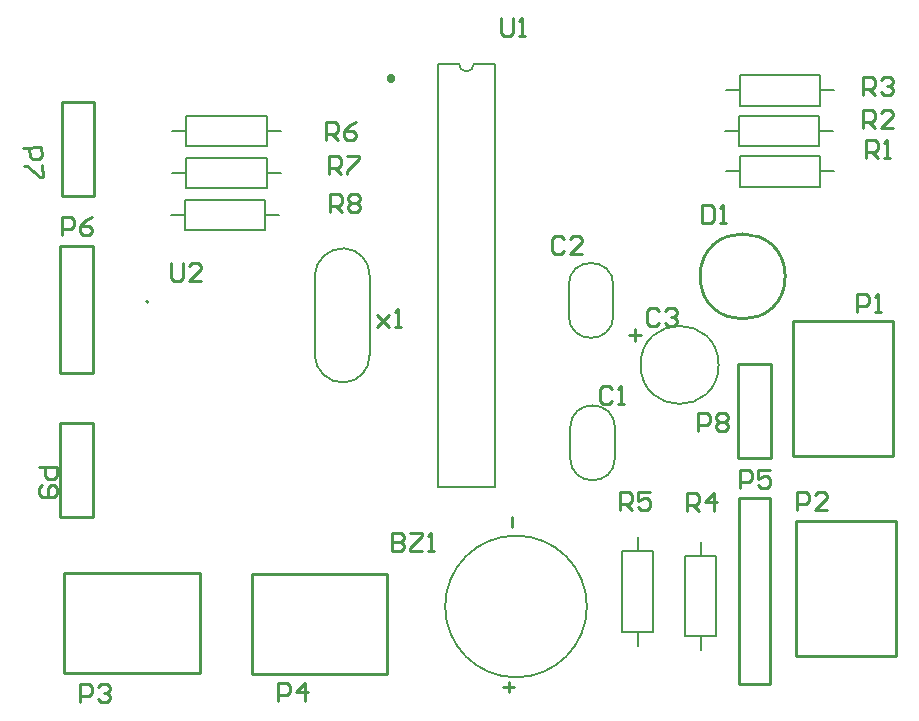
<source format=gto>
G04*
G04 #@! TF.GenerationSoftware,Altium Limited,Altium Designer,21.1.1 (26)*
G04*
G04 Layer_Color=65535*
%FSLAX42Y42*%
%MOMM*%
G71*
G04*
G04 #@! TF.SameCoordinates,0D4DF387-93E8-4759-912B-AE2A25D3863C*
G04*
G04*
G04 #@! TF.FilePolarity,Positive*
G04*
G01*
G75*
%ADD10C,0.13*%
%ADD11C,0.20*%
%ADD12C,0.25*%
%ADD13C,0.70*%
D10*
X2760Y3946D02*
G03*
X2510Y3713I-8J-242D01*
G01*
Y3044D02*
G03*
X2760Y2811I242J8D01*
G01*
X2760Y2811D02*
G03*
X2976Y3043I-8J224D01*
G01*
Y3714D02*
G03*
X2760Y3946I-224J8D01*
G01*
X4816Y914D02*
G03*
X4816Y914I-600J0D01*
G01*
X2510Y3043D02*
Y3713D01*
X2976Y3043D02*
Y3713D01*
X1295Y4229D02*
X1413D01*
X2093D02*
X2211D01*
X1413Y4099D02*
X2093D01*
X1413D02*
Y4229D01*
Y4359D01*
X2093D01*
Y4229D02*
Y4359D01*
Y4099D02*
Y4229D01*
X1307Y4585D02*
X1425D01*
X2105D02*
X2223D01*
X1425Y4455D02*
X2105D01*
X1425D02*
Y4585D01*
Y4715D01*
X2105D01*
Y4585D02*
Y4715D01*
Y4455D02*
Y4585D01*
X1307Y4940D02*
X1425D01*
X2105D02*
X2223D01*
X1425Y4810D02*
X2105D01*
X1425D02*
Y4940D01*
Y5070D01*
X2105D01*
Y4940D02*
Y5070D01*
Y4810D02*
Y4940D01*
X6792Y4597D02*
X6910D01*
X5994D02*
X6112D01*
Y4727D02*
X6792D01*
Y4597D02*
Y4727D01*
Y4467D02*
Y4597D01*
X6112Y4467D02*
X6792D01*
X6112D02*
Y4597D01*
Y4727D01*
X6792Y5283D02*
X6910D01*
X5994D02*
X6112D01*
Y5413D02*
X6792D01*
Y5283D02*
Y5413D01*
Y5153D02*
Y5283D01*
X6112Y5153D02*
X6792D01*
X6112D02*
Y5283D01*
Y5413D01*
X6783Y4940D02*
X6901D01*
X5985D02*
X6103D01*
Y5070D02*
X6783D01*
Y4940D02*
Y5070D01*
Y4810D02*
Y4940D01*
X6103Y4810D02*
X6783D01*
X6103D02*
Y4940D01*
Y5070D01*
X5245Y1381D02*
Y1499D01*
Y583D02*
Y701D01*
X5115D02*
Y1381D01*
X5245D01*
X5375D01*
Y701D02*
Y1381D01*
X5245Y701D02*
X5375D01*
X5115D02*
X5245D01*
X5778Y1343D02*
X5909D01*
X5648D02*
X5778D01*
X5648Y663D02*
Y1343D01*
Y663D02*
X5778D01*
X5909D01*
Y1343D01*
X5778D02*
Y1461D01*
Y545D02*
Y663D01*
D11*
X3732Y5509D02*
G03*
X3860Y5509I64J0D01*
G01*
X4674Y2172D02*
G03*
X5054Y2172I190J0D01*
G01*
Y2426D02*
G03*
X4674Y2426I-190J0D01*
G01*
X5041Y3632D02*
G03*
X4661Y3632I-190J0D01*
G01*
Y3378D02*
G03*
X5041Y3378I190J0D01*
G01*
X5931Y2959D02*
G03*
X5931Y2959I-330J0D01*
G01*
X1103Y3492D02*
G03*
X1103Y3492I-10J0D01*
G01*
X3558Y5509D02*
X3732D01*
X3860D02*
X4035D01*
Y1925D02*
Y5509D01*
X3558Y1925D02*
X4035D01*
X3558D02*
Y5509D01*
X4674Y2172D02*
Y2426D01*
X5054Y2172D02*
Y2426D01*
X5041Y3378D02*
Y3632D01*
X4661Y3378D02*
Y3632D01*
D12*
X6495Y3708D02*
G03*
X6495Y3708I-360J0D01*
G01*
X371Y4391D02*
Y5185D01*
X645Y4391D02*
Y5185D01*
X371Y4391D02*
X645D01*
X371Y5185D02*
X645D01*
X633Y1673D02*
Y2467D01*
X358Y1673D02*
Y2467D01*
X633D01*
X358Y1673D02*
X633D01*
X5170Y3213D02*
X5220D01*
X5270D01*
X5220D02*
Y3263D01*
Y3163D02*
Y3213D01*
X7410Y2184D02*
Y3329D01*
X6561Y2184D02*
Y3329D01*
X7410D01*
X6561Y2184D02*
X7410D01*
X6373Y2168D02*
Y2963D01*
X6098Y2168D02*
Y2963D01*
X6373D01*
X6098Y2168D02*
X6373D01*
X1981Y338D02*
X3125D01*
X1981Y1186D02*
X3125D01*
Y338D02*
Y1186D01*
X1981Y338D02*
Y1186D01*
X393Y350D02*
X1538D01*
X393Y1199D02*
X1538D01*
Y350D02*
Y1199D01*
X393Y350D02*
Y1199D01*
X6586Y495D02*
X7435D01*
X6586Y1639D02*
X7435D01*
X6586Y495D02*
Y1639D01*
X7435Y495D02*
Y1639D01*
X6103Y1829D02*
X6368D01*
X6103Y254D02*
X6368D01*
Y1829D01*
X6103Y254D02*
Y1829D01*
X358Y2892D02*
X633D01*
X358Y3966D02*
X633D01*
X358Y2892D02*
Y3966D01*
X633Y2892D02*
Y3966D01*
X4178Y1588D02*
Y1672D01*
X4153Y191D02*
Y276D01*
X4110Y234D02*
X4195D01*
X3035Y3378D02*
X3137Y3277D01*
X3086Y3327D01*
X3137Y3378D01*
X3035Y3277D01*
X3188D02*
X3238D01*
X3213D01*
Y3429D01*
X3188Y3404D01*
X1295Y3823D02*
Y3696D01*
X1321Y3670D01*
X1372D01*
X1397Y3696D01*
Y3823D01*
X1549Y3670D02*
X1448D01*
X1549Y3772D01*
Y3797D01*
X1524Y3823D01*
X1473D01*
X1448Y3797D01*
X4089Y5893D02*
Y5766D01*
X4115Y5740D01*
X4166D01*
X4191Y5766D01*
Y5893D01*
X4242Y5740D02*
X4293D01*
X4267D01*
Y5893D01*
X4242Y5867D01*
X2642Y4255D02*
Y4407D01*
X2718D01*
X2743Y4381D01*
Y4331D01*
X2718Y4305D01*
X2642D01*
X2692D02*
X2743Y4255D01*
X2794Y4381D02*
X2819Y4407D01*
X2870D01*
X2896Y4381D01*
Y4356D01*
X2870Y4331D01*
X2896Y4305D01*
Y4280D01*
X2870Y4255D01*
X2819D01*
X2794Y4280D01*
Y4305D01*
X2819Y4331D01*
X2794Y4356D01*
Y4381D01*
X2819Y4331D02*
X2870D01*
X2629Y4572D02*
Y4724D01*
X2705D01*
X2731Y4699D01*
Y4648D01*
X2705Y4623D01*
X2629D01*
X2680D02*
X2731Y4572D01*
X2781Y4724D02*
X2883D01*
Y4699D01*
X2781Y4597D01*
Y4572D01*
X2604Y4864D02*
Y5016D01*
X2680D01*
X2705Y4991D01*
Y4940D01*
X2680Y4915D01*
X2604D01*
X2654D02*
X2705Y4864D01*
X2857Y5016D02*
X2807Y4991D01*
X2756Y4940D01*
Y4890D01*
X2781Y4864D01*
X2832D01*
X2857Y4890D01*
Y4915D01*
X2832Y4940D01*
X2756D01*
X5093Y1727D02*
Y1880D01*
X5169D01*
X5194Y1854D01*
Y1803D01*
X5169Y1778D01*
X5093D01*
X5144D02*
X5194Y1727D01*
X5347Y1880D02*
X5245D01*
Y1803D01*
X5296Y1829D01*
X5321D01*
X5347Y1803D01*
Y1753D01*
X5321Y1727D01*
X5270D01*
X5245Y1753D01*
X5667Y1725D02*
Y1877D01*
X5743D01*
X5768Y1852D01*
Y1801D01*
X5743Y1775D01*
X5667D01*
X5718D02*
X5768Y1725D01*
X5895D02*
Y1877D01*
X5819Y1801D01*
X5921D01*
X7150Y5245D02*
Y5397D01*
X7226D01*
X7252Y5372D01*
Y5321D01*
X7226Y5296D01*
X7150D01*
X7201D02*
X7252Y5245D01*
X7302Y5372D02*
X7328Y5397D01*
X7379D01*
X7404Y5372D01*
Y5347D01*
X7379Y5321D01*
X7353D01*
X7379D01*
X7404Y5296D01*
Y5271D01*
X7379Y5245D01*
X7328D01*
X7302Y5271D01*
X7150Y4966D02*
Y5118D01*
X7226D01*
X7252Y5093D01*
Y5042D01*
X7226Y5017D01*
X7150D01*
X7201D02*
X7252Y4966D01*
X7404D02*
X7302D01*
X7404Y5067D01*
Y5093D01*
X7379Y5118D01*
X7328D01*
X7302Y5093D01*
X7176Y4712D02*
Y4864D01*
X7252D01*
X7277Y4839D01*
Y4788D01*
X7252Y4763D01*
X7176D01*
X7226D02*
X7277Y4712D01*
X7328D02*
X7379D01*
X7353D01*
Y4864D01*
X7328Y4839D01*
X180Y2097D02*
X332Y2094D01*
X331Y2018D01*
X305Y1993D01*
X254Y1994D01*
X229Y2020D01*
X231Y2096D01*
X203Y1944D02*
X177Y1919D01*
X176Y1868D01*
X201Y1842D01*
X303Y1841D01*
X328Y1866D01*
X329Y1916D01*
X304Y1942D01*
X279Y1943D01*
X253Y1918D01*
X252Y1842D01*
X5753Y2400D02*
Y2553D01*
X5829D01*
X5855Y2527D01*
Y2476D01*
X5829Y2451D01*
X5753D01*
X5905Y2527D02*
X5931Y2553D01*
X5982D01*
X6007Y2527D01*
Y2502D01*
X5982Y2476D01*
X6007Y2451D01*
Y2426D01*
X5982Y2400D01*
X5931D01*
X5905Y2426D01*
Y2451D01*
X5931Y2476D01*
X5905Y2502D01*
Y2527D01*
X5931Y2476D02*
X5982D01*
X45Y4797D02*
X197Y4804D01*
X201Y4728D01*
X177Y4701D01*
X126Y4699D01*
X99Y4723D01*
X96Y4799D01*
X204Y4652D02*
X209Y4550D01*
X184Y4549D01*
X77Y4646D01*
X52Y4645D01*
X371Y4056D02*
Y4209D01*
X447D01*
X472Y4183D01*
Y4133D01*
X447Y4107D01*
X371D01*
X625Y4209D02*
X574Y4183D01*
X523Y4133D01*
Y4082D01*
X549Y4056D01*
X599D01*
X625Y4082D01*
Y4107D01*
X599Y4133D01*
X523D01*
X6116Y1918D02*
Y2070D01*
X6192D01*
X6218Y2045D01*
Y1994D01*
X6192Y1968D01*
X6116D01*
X6370Y2070D02*
X6269D01*
Y1994D01*
X6319Y2019D01*
X6345D01*
X6370Y1994D01*
Y1943D01*
X6345Y1918D01*
X6294D01*
X6269Y1943D01*
X2197Y114D02*
Y267D01*
X2273D01*
X2299Y241D01*
Y190D01*
X2273Y165D01*
X2197D01*
X2426Y114D02*
Y267D01*
X2349Y190D01*
X2451D01*
X521Y102D02*
Y254D01*
X597D01*
X622Y229D01*
Y178D01*
X597Y152D01*
X521D01*
X673Y229D02*
X698Y254D01*
X749D01*
X775Y229D01*
Y203D01*
X749Y178D01*
X724D01*
X749D01*
X775Y152D01*
Y127D01*
X749Y102D01*
X698D01*
X673Y127D01*
X6599Y1727D02*
Y1880D01*
X6675D01*
X6700Y1854D01*
Y1803D01*
X6675Y1778D01*
X6599D01*
X6853Y1727D02*
X6751D01*
X6853Y1829D01*
Y1854D01*
X6827Y1880D01*
X6777D01*
X6751Y1854D01*
X7099Y3404D02*
Y3556D01*
X7176D01*
X7201Y3531D01*
Y3480D01*
X7176Y3454D01*
X7099D01*
X7252Y3404D02*
X7302D01*
X7277D01*
Y3556D01*
X7252Y3531D01*
X5789Y4310D02*
Y4158D01*
X5865D01*
X5890Y4183D01*
Y4285D01*
X5865Y4310D01*
X5789D01*
X5941Y4158D02*
X5992D01*
X5966D01*
Y4310D01*
X5941Y4285D01*
X5423Y3416D02*
X5398Y3442D01*
X5347D01*
X5321Y3416D01*
Y3315D01*
X5347Y3289D01*
X5398D01*
X5423Y3315D01*
X5474Y3416D02*
X5499Y3442D01*
X5550D01*
X5575Y3416D01*
Y3391D01*
X5550Y3365D01*
X5524D01*
X5550D01*
X5575Y3340D01*
Y3315D01*
X5550Y3289D01*
X5499D01*
X5474Y3315D01*
X4623Y4026D02*
X4597Y4051D01*
X4547D01*
X4521Y4026D01*
Y3924D01*
X4547Y3899D01*
X4597D01*
X4623Y3924D01*
X4775Y3899D02*
X4674D01*
X4775Y4000D01*
Y4026D01*
X4750Y4051D01*
X4699D01*
X4674Y4026D01*
X5029Y2756D02*
X5004Y2781D01*
X4953D01*
X4928Y2756D01*
Y2654D01*
X4953Y2629D01*
X5004D01*
X5029Y2654D01*
X5080Y2629D02*
X5131D01*
X5105D01*
Y2781D01*
X5080Y2756D01*
X3162Y1537D02*
Y1384D01*
X3239D01*
X3264Y1410D01*
Y1435D01*
X3239Y1460D01*
X3162D01*
X3239D01*
X3264Y1486D01*
Y1511D01*
X3239Y1537D01*
X3162D01*
X3315D02*
X3416D01*
Y1511D01*
X3315Y1410D01*
Y1384D01*
X3416D01*
X3467D02*
X3518D01*
X3492D01*
Y1537D01*
X3467Y1511D01*
D13*
X3160Y5381D02*
Y5391D01*
M02*

</source>
